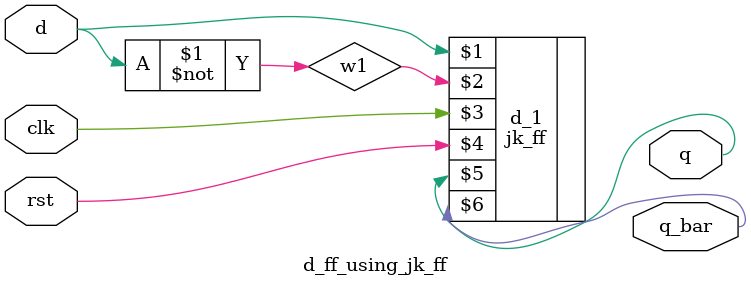
<source format=v>
`timescale 1ns / 1ps


module d_ff_using_jk_ff(
    input d,clk,rst,
    output q,q_bar
    );
    wire w1;
    not n_1(w1,d);
    jk_ff d_1(d,w1,clk,rst,q,q_bar);
endmodule

</source>
